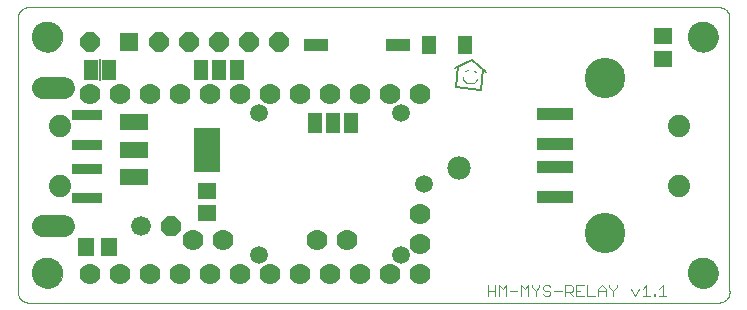
<source format=gts>
G75*
%MOIN*%
%OFA0B0*%
%FSLAX25Y25*%
%IPPOS*%
%LPD*%
%AMOC8*
5,1,8,0,0,1.08239X$1,22.5*
%
%ADD10C,0.00000*%
%ADD11C,0.00300*%
%ADD12C,0.10243*%
%ADD13OC8,0.06600*%
%ADD14C,0.06600*%
%ADD15R,0.06306X0.05518*%
%ADD16R,0.05518X0.06306*%
%ADD17R,0.08000X0.04200*%
%ADD18R,0.09200X0.05200*%
%ADD19R,0.09061X0.14573*%
%ADD20R,0.12211X0.03943*%
%ADD21C,0.13500*%
%ADD22R,0.05124X0.05912*%
%ADD23C,0.07800*%
%ADD24C,0.05943*%
%ADD25C,0.07000*%
%ADD26C,0.07450*%
%ADD27OC8,0.06400*%
%ADD28R,0.06400X0.06400*%
%ADD29R,0.10243X0.03550*%
%ADD30C,0.07400*%
%ADD31C,0.03550*%
%ADD32R,0.05000X0.06700*%
%ADD33R,0.00600X0.07200*%
%ADD34C,0.00591*%
%ADD35C,0.00394*%
D10*
X0058802Y0005150D02*
X0058802Y0096488D01*
X0058791Y0096607D01*
X0058783Y0096726D01*
X0058780Y0096845D01*
X0058781Y0096964D01*
X0058786Y0097083D01*
X0058794Y0097202D01*
X0058807Y0097320D01*
X0058824Y0097438D01*
X0058844Y0097556D01*
X0058869Y0097672D01*
X0058897Y0097788D01*
X0058929Y0097903D01*
X0058965Y0098016D01*
X0059005Y0098129D01*
X0059049Y0098240D01*
X0059096Y0098349D01*
X0059147Y0098457D01*
X0059201Y0098563D01*
X0059259Y0098667D01*
X0059320Y0098769D01*
X0059385Y0098869D01*
X0059453Y0098967D01*
X0059524Y0099062D01*
X0059599Y0099155D01*
X0059676Y0099246D01*
X0059757Y0099334D01*
X0059840Y0099419D01*
X0059926Y0099501D01*
X0060015Y0099580D01*
X0060107Y0099657D01*
X0060201Y0099730D01*
X0060297Y0099800D01*
X0060396Y0099867D01*
X0060496Y0099930D01*
X0060599Y0099990D01*
X0060704Y0100047D01*
X0060811Y0100100D01*
X0060919Y0100149D01*
X0061029Y0100195D01*
X0061141Y0100237D01*
X0061253Y0100276D01*
X0061367Y0100310D01*
X0061483Y0100341D01*
X0061599Y0100368D01*
X0061716Y0100391D01*
X0061833Y0100410D01*
X0061951Y0100425D01*
X0292069Y0100425D01*
X0292185Y0100436D01*
X0292302Y0100443D01*
X0292419Y0100447D01*
X0292535Y0100446D01*
X0292652Y0100442D01*
X0292768Y0100434D01*
X0292884Y0100422D01*
X0293000Y0100406D01*
X0293115Y0100387D01*
X0293229Y0100364D01*
X0293343Y0100337D01*
X0293455Y0100306D01*
X0293567Y0100272D01*
X0293677Y0100234D01*
X0293786Y0100192D01*
X0293894Y0100147D01*
X0294000Y0100099D01*
X0294104Y0100047D01*
X0294207Y0099991D01*
X0294308Y0099933D01*
X0294406Y0099871D01*
X0294503Y0099805D01*
X0294598Y0099737D01*
X0294690Y0099666D01*
X0294780Y0099591D01*
X0294867Y0099514D01*
X0294952Y0099434D01*
X0295034Y0099351D01*
X0295114Y0099266D01*
X0295190Y0099178D01*
X0295264Y0099087D01*
X0295335Y0098995D01*
X0295402Y0098899D01*
X0295467Y0098802D01*
X0295528Y0098703D01*
X0295586Y0098602D01*
X0295640Y0098499D01*
X0295692Y0098394D01*
X0295739Y0098287D01*
X0295784Y0098179D01*
X0295824Y0098070D01*
X0295861Y0097959D01*
X0295895Y0097848D01*
X0295924Y0097735D01*
X0295951Y0097621D01*
X0295973Y0097507D01*
X0295991Y0097391D01*
X0296006Y0097276D01*
X0296006Y0005937D01*
X0296017Y0005821D01*
X0296024Y0005704D01*
X0296028Y0005587D01*
X0296027Y0005471D01*
X0296023Y0005354D01*
X0296015Y0005238D01*
X0296003Y0005122D01*
X0295987Y0005006D01*
X0295968Y0004891D01*
X0295945Y0004777D01*
X0295918Y0004663D01*
X0295887Y0004551D01*
X0295853Y0004439D01*
X0295815Y0004329D01*
X0295773Y0004220D01*
X0295728Y0004112D01*
X0295680Y0004006D01*
X0295628Y0003902D01*
X0295572Y0003799D01*
X0295514Y0003698D01*
X0295452Y0003600D01*
X0295386Y0003503D01*
X0295318Y0003408D01*
X0295247Y0003316D01*
X0295172Y0003226D01*
X0295095Y0003139D01*
X0295015Y0003054D01*
X0294932Y0002972D01*
X0294847Y0002892D01*
X0294759Y0002816D01*
X0294668Y0002742D01*
X0294576Y0002671D01*
X0294480Y0002604D01*
X0294383Y0002539D01*
X0294284Y0002478D01*
X0294183Y0002420D01*
X0294080Y0002366D01*
X0293975Y0002314D01*
X0293868Y0002267D01*
X0293760Y0002222D01*
X0293651Y0002182D01*
X0293540Y0002145D01*
X0293429Y0002111D01*
X0293316Y0002082D01*
X0293202Y0002055D01*
X0293088Y0002033D01*
X0292972Y0002015D01*
X0292857Y0002000D01*
X0062739Y0002000D01*
X0062623Y0001989D01*
X0062506Y0001982D01*
X0062389Y0001978D01*
X0062273Y0001979D01*
X0062156Y0001983D01*
X0062040Y0001991D01*
X0061924Y0002003D01*
X0061808Y0002019D01*
X0061693Y0002038D01*
X0061579Y0002061D01*
X0061465Y0002088D01*
X0061353Y0002119D01*
X0061241Y0002153D01*
X0061131Y0002191D01*
X0061022Y0002233D01*
X0060914Y0002278D01*
X0060808Y0002326D01*
X0060704Y0002378D01*
X0060601Y0002434D01*
X0060500Y0002492D01*
X0060402Y0002554D01*
X0060305Y0002620D01*
X0060210Y0002688D01*
X0060118Y0002759D01*
X0060028Y0002834D01*
X0059941Y0002911D01*
X0059856Y0002991D01*
X0059774Y0003074D01*
X0059694Y0003159D01*
X0059618Y0003247D01*
X0059544Y0003338D01*
X0059473Y0003430D01*
X0059406Y0003526D01*
X0059341Y0003623D01*
X0059280Y0003722D01*
X0059222Y0003823D01*
X0059168Y0003926D01*
X0059116Y0004031D01*
X0059069Y0004138D01*
X0059024Y0004246D01*
X0058984Y0004355D01*
X0058947Y0004466D01*
X0058913Y0004577D01*
X0058884Y0004690D01*
X0058857Y0004804D01*
X0058835Y0004918D01*
X0058817Y0005034D01*
X0058802Y0005149D01*
X0063723Y0011843D02*
X0063725Y0011983D01*
X0063731Y0012123D01*
X0063741Y0012262D01*
X0063755Y0012401D01*
X0063773Y0012540D01*
X0063794Y0012678D01*
X0063820Y0012816D01*
X0063850Y0012953D01*
X0063883Y0013088D01*
X0063921Y0013223D01*
X0063962Y0013357D01*
X0064007Y0013490D01*
X0064055Y0013621D01*
X0064108Y0013750D01*
X0064164Y0013879D01*
X0064223Y0014005D01*
X0064287Y0014130D01*
X0064353Y0014253D01*
X0064424Y0014374D01*
X0064497Y0014493D01*
X0064574Y0014610D01*
X0064655Y0014724D01*
X0064738Y0014836D01*
X0064825Y0014946D01*
X0064915Y0015054D01*
X0065007Y0015158D01*
X0065103Y0015260D01*
X0065202Y0015360D01*
X0065303Y0015456D01*
X0065407Y0015550D01*
X0065514Y0015640D01*
X0065623Y0015727D01*
X0065735Y0015812D01*
X0065849Y0015893D01*
X0065965Y0015971D01*
X0066083Y0016045D01*
X0066204Y0016116D01*
X0066326Y0016184D01*
X0066451Y0016248D01*
X0066577Y0016309D01*
X0066704Y0016366D01*
X0066834Y0016419D01*
X0066965Y0016469D01*
X0067097Y0016514D01*
X0067230Y0016557D01*
X0067365Y0016595D01*
X0067500Y0016629D01*
X0067637Y0016660D01*
X0067774Y0016687D01*
X0067912Y0016709D01*
X0068051Y0016728D01*
X0068190Y0016743D01*
X0068329Y0016754D01*
X0068469Y0016761D01*
X0068609Y0016764D01*
X0068749Y0016763D01*
X0068889Y0016758D01*
X0069028Y0016749D01*
X0069168Y0016736D01*
X0069307Y0016719D01*
X0069445Y0016698D01*
X0069583Y0016674D01*
X0069720Y0016645D01*
X0069856Y0016613D01*
X0069991Y0016576D01*
X0070125Y0016536D01*
X0070258Y0016492D01*
X0070389Y0016444D01*
X0070519Y0016393D01*
X0070648Y0016338D01*
X0070775Y0016279D01*
X0070900Y0016216D01*
X0071023Y0016151D01*
X0071145Y0016081D01*
X0071264Y0016008D01*
X0071382Y0015932D01*
X0071497Y0015853D01*
X0071610Y0015770D01*
X0071720Y0015684D01*
X0071828Y0015595D01*
X0071933Y0015503D01*
X0072036Y0015408D01*
X0072136Y0015310D01*
X0072233Y0015210D01*
X0072327Y0015106D01*
X0072419Y0015000D01*
X0072507Y0014892D01*
X0072592Y0014781D01*
X0072674Y0014667D01*
X0072753Y0014551D01*
X0072828Y0014434D01*
X0072900Y0014314D01*
X0072968Y0014192D01*
X0073033Y0014068D01*
X0073095Y0013942D01*
X0073153Y0013815D01*
X0073207Y0013686D01*
X0073258Y0013555D01*
X0073304Y0013423D01*
X0073347Y0013290D01*
X0073387Y0013156D01*
X0073422Y0013021D01*
X0073454Y0012884D01*
X0073481Y0012747D01*
X0073505Y0012609D01*
X0073525Y0012471D01*
X0073541Y0012332D01*
X0073553Y0012192D01*
X0073561Y0012053D01*
X0073565Y0011913D01*
X0073565Y0011773D01*
X0073561Y0011633D01*
X0073553Y0011494D01*
X0073541Y0011354D01*
X0073525Y0011215D01*
X0073505Y0011077D01*
X0073481Y0010939D01*
X0073454Y0010802D01*
X0073422Y0010665D01*
X0073387Y0010530D01*
X0073347Y0010396D01*
X0073304Y0010263D01*
X0073258Y0010131D01*
X0073207Y0010000D01*
X0073153Y0009871D01*
X0073095Y0009744D01*
X0073033Y0009618D01*
X0072968Y0009494D01*
X0072900Y0009372D01*
X0072828Y0009252D01*
X0072753Y0009135D01*
X0072674Y0009019D01*
X0072592Y0008905D01*
X0072507Y0008794D01*
X0072419Y0008686D01*
X0072327Y0008580D01*
X0072233Y0008476D01*
X0072136Y0008376D01*
X0072036Y0008278D01*
X0071933Y0008183D01*
X0071828Y0008091D01*
X0071720Y0008002D01*
X0071610Y0007916D01*
X0071497Y0007833D01*
X0071382Y0007754D01*
X0071264Y0007678D01*
X0071145Y0007605D01*
X0071023Y0007535D01*
X0070900Y0007470D01*
X0070775Y0007407D01*
X0070648Y0007348D01*
X0070519Y0007293D01*
X0070389Y0007242D01*
X0070258Y0007194D01*
X0070125Y0007150D01*
X0069991Y0007110D01*
X0069856Y0007073D01*
X0069720Y0007041D01*
X0069583Y0007012D01*
X0069445Y0006988D01*
X0069307Y0006967D01*
X0069168Y0006950D01*
X0069028Y0006937D01*
X0068889Y0006928D01*
X0068749Y0006923D01*
X0068609Y0006922D01*
X0068469Y0006925D01*
X0068329Y0006932D01*
X0068190Y0006943D01*
X0068051Y0006958D01*
X0067912Y0006977D01*
X0067774Y0006999D01*
X0067637Y0007026D01*
X0067500Y0007057D01*
X0067365Y0007091D01*
X0067230Y0007129D01*
X0067097Y0007172D01*
X0066965Y0007217D01*
X0066834Y0007267D01*
X0066704Y0007320D01*
X0066577Y0007377D01*
X0066451Y0007438D01*
X0066326Y0007502D01*
X0066204Y0007570D01*
X0066083Y0007641D01*
X0065965Y0007715D01*
X0065849Y0007793D01*
X0065735Y0007874D01*
X0065623Y0007959D01*
X0065514Y0008046D01*
X0065407Y0008136D01*
X0065303Y0008230D01*
X0065202Y0008326D01*
X0065103Y0008426D01*
X0065007Y0008528D01*
X0064915Y0008632D01*
X0064825Y0008740D01*
X0064738Y0008850D01*
X0064655Y0008962D01*
X0064574Y0009076D01*
X0064497Y0009193D01*
X0064424Y0009312D01*
X0064353Y0009433D01*
X0064287Y0009556D01*
X0064223Y0009681D01*
X0064164Y0009807D01*
X0064108Y0009936D01*
X0064055Y0010065D01*
X0064007Y0010196D01*
X0063962Y0010329D01*
X0063921Y0010463D01*
X0063883Y0010598D01*
X0063850Y0010733D01*
X0063820Y0010870D01*
X0063794Y0011008D01*
X0063773Y0011146D01*
X0063755Y0011285D01*
X0063741Y0011424D01*
X0063731Y0011563D01*
X0063725Y0011703D01*
X0063723Y0011843D01*
X0066085Y0027469D02*
X0066087Y0027548D01*
X0066093Y0027627D01*
X0066103Y0027706D01*
X0066117Y0027784D01*
X0066134Y0027861D01*
X0066156Y0027937D01*
X0066181Y0028012D01*
X0066211Y0028085D01*
X0066243Y0028157D01*
X0066280Y0028228D01*
X0066320Y0028296D01*
X0066363Y0028362D01*
X0066409Y0028426D01*
X0066459Y0028488D01*
X0066512Y0028547D01*
X0066567Y0028603D01*
X0066626Y0028657D01*
X0066687Y0028707D01*
X0066750Y0028755D01*
X0066816Y0028799D01*
X0066884Y0028840D01*
X0066954Y0028877D01*
X0067025Y0028911D01*
X0067099Y0028941D01*
X0067173Y0028967D01*
X0067249Y0028989D01*
X0067326Y0029008D01*
X0067404Y0029023D01*
X0067482Y0029034D01*
X0067561Y0029041D01*
X0067640Y0029044D01*
X0067719Y0029043D01*
X0067798Y0029038D01*
X0067877Y0029029D01*
X0067955Y0029016D01*
X0068032Y0028999D01*
X0068109Y0028979D01*
X0068184Y0028954D01*
X0068258Y0028926D01*
X0068331Y0028894D01*
X0068401Y0028859D01*
X0068470Y0028820D01*
X0068537Y0028777D01*
X0068602Y0028731D01*
X0068664Y0028683D01*
X0068724Y0028631D01*
X0068781Y0028576D01*
X0068835Y0028518D01*
X0068886Y0028458D01*
X0068934Y0028395D01*
X0068979Y0028330D01*
X0069021Y0028262D01*
X0069059Y0028193D01*
X0069093Y0028122D01*
X0069124Y0028049D01*
X0069152Y0027974D01*
X0069175Y0027899D01*
X0069195Y0027822D01*
X0069211Y0027745D01*
X0069223Y0027666D01*
X0069231Y0027588D01*
X0069235Y0027509D01*
X0069235Y0027429D01*
X0069231Y0027350D01*
X0069223Y0027272D01*
X0069211Y0027193D01*
X0069195Y0027116D01*
X0069175Y0027039D01*
X0069152Y0026964D01*
X0069124Y0026889D01*
X0069093Y0026816D01*
X0069059Y0026745D01*
X0069021Y0026676D01*
X0068979Y0026608D01*
X0068934Y0026543D01*
X0068886Y0026480D01*
X0068835Y0026420D01*
X0068781Y0026362D01*
X0068724Y0026307D01*
X0068664Y0026255D01*
X0068602Y0026207D01*
X0068537Y0026161D01*
X0068470Y0026118D01*
X0068401Y0026079D01*
X0068331Y0026044D01*
X0068258Y0026012D01*
X0068184Y0025984D01*
X0068109Y0025959D01*
X0068032Y0025939D01*
X0067955Y0025922D01*
X0067877Y0025909D01*
X0067798Y0025900D01*
X0067719Y0025895D01*
X0067640Y0025894D01*
X0067561Y0025897D01*
X0067482Y0025904D01*
X0067404Y0025915D01*
X0067326Y0025930D01*
X0067249Y0025949D01*
X0067173Y0025971D01*
X0067099Y0025997D01*
X0067025Y0026027D01*
X0066954Y0026061D01*
X0066884Y0026098D01*
X0066816Y0026139D01*
X0066750Y0026183D01*
X0066687Y0026231D01*
X0066626Y0026281D01*
X0066567Y0026335D01*
X0066512Y0026391D01*
X0066459Y0026450D01*
X0066409Y0026512D01*
X0066363Y0026576D01*
X0066320Y0026642D01*
X0066280Y0026710D01*
X0066243Y0026781D01*
X0066211Y0026853D01*
X0066181Y0026926D01*
X0066156Y0027001D01*
X0066134Y0027077D01*
X0066117Y0027154D01*
X0066103Y0027232D01*
X0066093Y0027311D01*
X0066087Y0027390D01*
X0066085Y0027469D01*
X0067660Y0027469D02*
X0067662Y0027548D01*
X0067668Y0027627D01*
X0067678Y0027706D01*
X0067692Y0027784D01*
X0067709Y0027861D01*
X0067731Y0027937D01*
X0067756Y0028012D01*
X0067786Y0028085D01*
X0067818Y0028157D01*
X0067855Y0028228D01*
X0067895Y0028296D01*
X0067938Y0028362D01*
X0067984Y0028426D01*
X0068034Y0028488D01*
X0068087Y0028547D01*
X0068142Y0028603D01*
X0068201Y0028657D01*
X0068262Y0028707D01*
X0068325Y0028755D01*
X0068391Y0028799D01*
X0068459Y0028840D01*
X0068529Y0028877D01*
X0068600Y0028911D01*
X0068674Y0028941D01*
X0068748Y0028967D01*
X0068824Y0028989D01*
X0068901Y0029008D01*
X0068979Y0029023D01*
X0069057Y0029034D01*
X0069136Y0029041D01*
X0069215Y0029044D01*
X0069294Y0029043D01*
X0069373Y0029038D01*
X0069452Y0029029D01*
X0069530Y0029016D01*
X0069607Y0028999D01*
X0069684Y0028979D01*
X0069759Y0028954D01*
X0069833Y0028926D01*
X0069906Y0028894D01*
X0069976Y0028859D01*
X0070045Y0028820D01*
X0070112Y0028777D01*
X0070177Y0028731D01*
X0070239Y0028683D01*
X0070299Y0028631D01*
X0070356Y0028576D01*
X0070410Y0028518D01*
X0070461Y0028458D01*
X0070509Y0028395D01*
X0070554Y0028330D01*
X0070596Y0028262D01*
X0070634Y0028193D01*
X0070668Y0028122D01*
X0070699Y0028049D01*
X0070727Y0027974D01*
X0070750Y0027899D01*
X0070770Y0027822D01*
X0070786Y0027745D01*
X0070798Y0027666D01*
X0070806Y0027588D01*
X0070810Y0027509D01*
X0070810Y0027429D01*
X0070806Y0027350D01*
X0070798Y0027272D01*
X0070786Y0027193D01*
X0070770Y0027116D01*
X0070750Y0027039D01*
X0070727Y0026964D01*
X0070699Y0026889D01*
X0070668Y0026816D01*
X0070634Y0026745D01*
X0070596Y0026676D01*
X0070554Y0026608D01*
X0070509Y0026543D01*
X0070461Y0026480D01*
X0070410Y0026420D01*
X0070356Y0026362D01*
X0070299Y0026307D01*
X0070239Y0026255D01*
X0070177Y0026207D01*
X0070112Y0026161D01*
X0070045Y0026118D01*
X0069976Y0026079D01*
X0069906Y0026044D01*
X0069833Y0026012D01*
X0069759Y0025984D01*
X0069684Y0025959D01*
X0069607Y0025939D01*
X0069530Y0025922D01*
X0069452Y0025909D01*
X0069373Y0025900D01*
X0069294Y0025895D01*
X0069215Y0025894D01*
X0069136Y0025897D01*
X0069057Y0025904D01*
X0068979Y0025915D01*
X0068901Y0025930D01*
X0068824Y0025949D01*
X0068748Y0025971D01*
X0068674Y0025997D01*
X0068600Y0026027D01*
X0068529Y0026061D01*
X0068459Y0026098D01*
X0068391Y0026139D01*
X0068325Y0026183D01*
X0068262Y0026231D01*
X0068201Y0026281D01*
X0068142Y0026335D01*
X0068087Y0026391D01*
X0068034Y0026450D01*
X0067984Y0026512D01*
X0067938Y0026576D01*
X0067895Y0026642D01*
X0067855Y0026710D01*
X0067818Y0026781D01*
X0067786Y0026853D01*
X0067756Y0026926D01*
X0067731Y0027001D01*
X0067709Y0027077D01*
X0067692Y0027154D01*
X0067678Y0027232D01*
X0067668Y0027311D01*
X0067662Y0027390D01*
X0067660Y0027469D01*
X0070809Y0027469D02*
X0070811Y0027548D01*
X0070817Y0027627D01*
X0070827Y0027706D01*
X0070841Y0027784D01*
X0070858Y0027861D01*
X0070880Y0027937D01*
X0070905Y0028012D01*
X0070935Y0028085D01*
X0070967Y0028157D01*
X0071004Y0028228D01*
X0071044Y0028296D01*
X0071087Y0028362D01*
X0071133Y0028426D01*
X0071183Y0028488D01*
X0071236Y0028547D01*
X0071291Y0028603D01*
X0071350Y0028657D01*
X0071411Y0028707D01*
X0071474Y0028755D01*
X0071540Y0028799D01*
X0071608Y0028840D01*
X0071678Y0028877D01*
X0071749Y0028911D01*
X0071823Y0028941D01*
X0071897Y0028967D01*
X0071973Y0028989D01*
X0072050Y0029008D01*
X0072128Y0029023D01*
X0072206Y0029034D01*
X0072285Y0029041D01*
X0072364Y0029044D01*
X0072443Y0029043D01*
X0072522Y0029038D01*
X0072601Y0029029D01*
X0072679Y0029016D01*
X0072756Y0028999D01*
X0072833Y0028979D01*
X0072908Y0028954D01*
X0072982Y0028926D01*
X0073055Y0028894D01*
X0073125Y0028859D01*
X0073194Y0028820D01*
X0073261Y0028777D01*
X0073326Y0028731D01*
X0073388Y0028683D01*
X0073448Y0028631D01*
X0073505Y0028576D01*
X0073559Y0028518D01*
X0073610Y0028458D01*
X0073658Y0028395D01*
X0073703Y0028330D01*
X0073745Y0028262D01*
X0073783Y0028193D01*
X0073817Y0028122D01*
X0073848Y0028049D01*
X0073876Y0027974D01*
X0073899Y0027899D01*
X0073919Y0027822D01*
X0073935Y0027745D01*
X0073947Y0027666D01*
X0073955Y0027588D01*
X0073959Y0027509D01*
X0073959Y0027429D01*
X0073955Y0027350D01*
X0073947Y0027272D01*
X0073935Y0027193D01*
X0073919Y0027116D01*
X0073899Y0027039D01*
X0073876Y0026964D01*
X0073848Y0026889D01*
X0073817Y0026816D01*
X0073783Y0026745D01*
X0073745Y0026676D01*
X0073703Y0026608D01*
X0073658Y0026543D01*
X0073610Y0026480D01*
X0073559Y0026420D01*
X0073505Y0026362D01*
X0073448Y0026307D01*
X0073388Y0026255D01*
X0073326Y0026207D01*
X0073261Y0026161D01*
X0073194Y0026118D01*
X0073125Y0026079D01*
X0073055Y0026044D01*
X0072982Y0026012D01*
X0072908Y0025984D01*
X0072833Y0025959D01*
X0072756Y0025939D01*
X0072679Y0025922D01*
X0072601Y0025909D01*
X0072522Y0025900D01*
X0072443Y0025895D01*
X0072364Y0025894D01*
X0072285Y0025897D01*
X0072206Y0025904D01*
X0072128Y0025915D01*
X0072050Y0025930D01*
X0071973Y0025949D01*
X0071897Y0025971D01*
X0071823Y0025997D01*
X0071749Y0026027D01*
X0071678Y0026061D01*
X0071608Y0026098D01*
X0071540Y0026139D01*
X0071474Y0026183D01*
X0071411Y0026231D01*
X0071350Y0026281D01*
X0071291Y0026335D01*
X0071236Y0026391D01*
X0071183Y0026450D01*
X0071133Y0026512D01*
X0071087Y0026576D01*
X0071044Y0026642D01*
X0071004Y0026710D01*
X0070967Y0026781D01*
X0070935Y0026853D01*
X0070905Y0026926D01*
X0070880Y0027001D01*
X0070858Y0027077D01*
X0070841Y0027154D01*
X0070827Y0027232D01*
X0070817Y0027311D01*
X0070811Y0027390D01*
X0070809Y0027469D01*
X0072384Y0027469D02*
X0072386Y0027548D01*
X0072392Y0027627D01*
X0072402Y0027706D01*
X0072416Y0027784D01*
X0072433Y0027861D01*
X0072455Y0027937D01*
X0072480Y0028012D01*
X0072510Y0028085D01*
X0072542Y0028157D01*
X0072579Y0028228D01*
X0072619Y0028296D01*
X0072662Y0028362D01*
X0072708Y0028426D01*
X0072758Y0028488D01*
X0072811Y0028547D01*
X0072866Y0028603D01*
X0072925Y0028657D01*
X0072986Y0028707D01*
X0073049Y0028755D01*
X0073115Y0028799D01*
X0073183Y0028840D01*
X0073253Y0028877D01*
X0073324Y0028911D01*
X0073398Y0028941D01*
X0073472Y0028967D01*
X0073548Y0028989D01*
X0073625Y0029008D01*
X0073703Y0029023D01*
X0073781Y0029034D01*
X0073860Y0029041D01*
X0073939Y0029044D01*
X0074018Y0029043D01*
X0074097Y0029038D01*
X0074176Y0029029D01*
X0074254Y0029016D01*
X0074331Y0028999D01*
X0074408Y0028979D01*
X0074483Y0028954D01*
X0074557Y0028926D01*
X0074630Y0028894D01*
X0074700Y0028859D01*
X0074769Y0028820D01*
X0074836Y0028777D01*
X0074901Y0028731D01*
X0074963Y0028683D01*
X0075023Y0028631D01*
X0075080Y0028576D01*
X0075134Y0028518D01*
X0075185Y0028458D01*
X0075233Y0028395D01*
X0075278Y0028330D01*
X0075320Y0028262D01*
X0075358Y0028193D01*
X0075392Y0028122D01*
X0075423Y0028049D01*
X0075451Y0027974D01*
X0075474Y0027899D01*
X0075494Y0027822D01*
X0075510Y0027745D01*
X0075522Y0027666D01*
X0075530Y0027588D01*
X0075534Y0027509D01*
X0075534Y0027429D01*
X0075530Y0027350D01*
X0075522Y0027272D01*
X0075510Y0027193D01*
X0075494Y0027116D01*
X0075474Y0027039D01*
X0075451Y0026964D01*
X0075423Y0026889D01*
X0075392Y0026816D01*
X0075358Y0026745D01*
X0075320Y0026676D01*
X0075278Y0026608D01*
X0075233Y0026543D01*
X0075185Y0026480D01*
X0075134Y0026420D01*
X0075080Y0026362D01*
X0075023Y0026307D01*
X0074963Y0026255D01*
X0074901Y0026207D01*
X0074836Y0026161D01*
X0074769Y0026118D01*
X0074700Y0026079D01*
X0074630Y0026044D01*
X0074557Y0026012D01*
X0074483Y0025984D01*
X0074408Y0025959D01*
X0074331Y0025939D01*
X0074254Y0025922D01*
X0074176Y0025909D01*
X0074097Y0025900D01*
X0074018Y0025895D01*
X0073939Y0025894D01*
X0073860Y0025897D01*
X0073781Y0025904D01*
X0073703Y0025915D01*
X0073625Y0025930D01*
X0073548Y0025949D01*
X0073472Y0025971D01*
X0073398Y0025997D01*
X0073324Y0026027D01*
X0073253Y0026061D01*
X0073183Y0026098D01*
X0073115Y0026139D01*
X0073049Y0026183D01*
X0072986Y0026231D01*
X0072925Y0026281D01*
X0072866Y0026335D01*
X0072811Y0026391D01*
X0072758Y0026450D01*
X0072708Y0026512D01*
X0072662Y0026576D01*
X0072619Y0026642D01*
X0072579Y0026710D01*
X0072542Y0026781D01*
X0072510Y0026853D01*
X0072480Y0026926D01*
X0072455Y0027001D01*
X0072433Y0027077D01*
X0072416Y0027154D01*
X0072402Y0027232D01*
X0072392Y0027311D01*
X0072386Y0027390D01*
X0072384Y0027469D01*
X0070809Y0073531D02*
X0070811Y0073610D01*
X0070817Y0073689D01*
X0070827Y0073768D01*
X0070841Y0073846D01*
X0070858Y0073923D01*
X0070880Y0073999D01*
X0070905Y0074074D01*
X0070935Y0074147D01*
X0070967Y0074219D01*
X0071004Y0074290D01*
X0071044Y0074358D01*
X0071087Y0074424D01*
X0071133Y0074488D01*
X0071183Y0074550D01*
X0071236Y0074609D01*
X0071291Y0074665D01*
X0071350Y0074719D01*
X0071411Y0074769D01*
X0071474Y0074817D01*
X0071540Y0074861D01*
X0071608Y0074902D01*
X0071678Y0074939D01*
X0071749Y0074973D01*
X0071823Y0075003D01*
X0071897Y0075029D01*
X0071973Y0075051D01*
X0072050Y0075070D01*
X0072128Y0075085D01*
X0072206Y0075096D01*
X0072285Y0075103D01*
X0072364Y0075106D01*
X0072443Y0075105D01*
X0072522Y0075100D01*
X0072601Y0075091D01*
X0072679Y0075078D01*
X0072756Y0075061D01*
X0072833Y0075041D01*
X0072908Y0075016D01*
X0072982Y0074988D01*
X0073055Y0074956D01*
X0073125Y0074921D01*
X0073194Y0074882D01*
X0073261Y0074839D01*
X0073326Y0074793D01*
X0073388Y0074745D01*
X0073448Y0074693D01*
X0073505Y0074638D01*
X0073559Y0074580D01*
X0073610Y0074520D01*
X0073658Y0074457D01*
X0073703Y0074392D01*
X0073745Y0074324D01*
X0073783Y0074255D01*
X0073817Y0074184D01*
X0073848Y0074111D01*
X0073876Y0074036D01*
X0073899Y0073961D01*
X0073919Y0073884D01*
X0073935Y0073807D01*
X0073947Y0073728D01*
X0073955Y0073650D01*
X0073959Y0073571D01*
X0073959Y0073491D01*
X0073955Y0073412D01*
X0073947Y0073334D01*
X0073935Y0073255D01*
X0073919Y0073178D01*
X0073899Y0073101D01*
X0073876Y0073026D01*
X0073848Y0072951D01*
X0073817Y0072878D01*
X0073783Y0072807D01*
X0073745Y0072738D01*
X0073703Y0072670D01*
X0073658Y0072605D01*
X0073610Y0072542D01*
X0073559Y0072482D01*
X0073505Y0072424D01*
X0073448Y0072369D01*
X0073388Y0072317D01*
X0073326Y0072269D01*
X0073261Y0072223D01*
X0073194Y0072180D01*
X0073125Y0072141D01*
X0073055Y0072106D01*
X0072982Y0072074D01*
X0072908Y0072046D01*
X0072833Y0072021D01*
X0072756Y0072001D01*
X0072679Y0071984D01*
X0072601Y0071971D01*
X0072522Y0071962D01*
X0072443Y0071957D01*
X0072364Y0071956D01*
X0072285Y0071959D01*
X0072206Y0071966D01*
X0072128Y0071977D01*
X0072050Y0071992D01*
X0071973Y0072011D01*
X0071897Y0072033D01*
X0071823Y0072059D01*
X0071749Y0072089D01*
X0071678Y0072123D01*
X0071608Y0072160D01*
X0071540Y0072201D01*
X0071474Y0072245D01*
X0071411Y0072293D01*
X0071350Y0072343D01*
X0071291Y0072397D01*
X0071236Y0072453D01*
X0071183Y0072512D01*
X0071133Y0072574D01*
X0071087Y0072638D01*
X0071044Y0072704D01*
X0071004Y0072772D01*
X0070967Y0072843D01*
X0070935Y0072915D01*
X0070905Y0072988D01*
X0070880Y0073063D01*
X0070858Y0073139D01*
X0070841Y0073216D01*
X0070827Y0073294D01*
X0070817Y0073373D01*
X0070811Y0073452D01*
X0070809Y0073531D01*
X0067660Y0073531D02*
X0067662Y0073610D01*
X0067668Y0073689D01*
X0067678Y0073768D01*
X0067692Y0073846D01*
X0067709Y0073923D01*
X0067731Y0073999D01*
X0067756Y0074074D01*
X0067786Y0074147D01*
X0067818Y0074219D01*
X0067855Y0074290D01*
X0067895Y0074358D01*
X0067938Y0074424D01*
X0067984Y0074488D01*
X0068034Y0074550D01*
X0068087Y0074609D01*
X0068142Y0074665D01*
X0068201Y0074719D01*
X0068262Y0074769D01*
X0068325Y0074817D01*
X0068391Y0074861D01*
X0068459Y0074902D01*
X0068529Y0074939D01*
X0068600Y0074973D01*
X0068674Y0075003D01*
X0068748Y0075029D01*
X0068824Y0075051D01*
X0068901Y0075070D01*
X0068979Y0075085D01*
X0069057Y0075096D01*
X0069136Y0075103D01*
X0069215Y0075106D01*
X0069294Y0075105D01*
X0069373Y0075100D01*
X0069452Y0075091D01*
X0069530Y0075078D01*
X0069607Y0075061D01*
X0069684Y0075041D01*
X0069759Y0075016D01*
X0069833Y0074988D01*
X0069906Y0074956D01*
X0069976Y0074921D01*
X0070045Y0074882D01*
X0070112Y0074839D01*
X0070177Y0074793D01*
X0070239Y0074745D01*
X0070299Y0074693D01*
X0070356Y0074638D01*
X0070410Y0074580D01*
X0070461Y0074520D01*
X0070509Y0074457D01*
X0070554Y0074392D01*
X0070596Y0074324D01*
X0070634Y0074255D01*
X0070668Y0074184D01*
X0070699Y0074111D01*
X0070727Y0074036D01*
X0070750Y0073961D01*
X0070770Y0073884D01*
X0070786Y0073807D01*
X0070798Y0073728D01*
X0070806Y0073650D01*
X0070810Y0073571D01*
X0070810Y0073491D01*
X0070806Y0073412D01*
X0070798Y0073334D01*
X0070786Y0073255D01*
X0070770Y0073178D01*
X0070750Y0073101D01*
X0070727Y0073026D01*
X0070699Y0072951D01*
X0070668Y0072878D01*
X0070634Y0072807D01*
X0070596Y0072738D01*
X0070554Y0072670D01*
X0070509Y0072605D01*
X0070461Y0072542D01*
X0070410Y0072482D01*
X0070356Y0072424D01*
X0070299Y0072369D01*
X0070239Y0072317D01*
X0070177Y0072269D01*
X0070112Y0072223D01*
X0070045Y0072180D01*
X0069976Y0072141D01*
X0069906Y0072106D01*
X0069833Y0072074D01*
X0069759Y0072046D01*
X0069684Y0072021D01*
X0069607Y0072001D01*
X0069530Y0071984D01*
X0069452Y0071971D01*
X0069373Y0071962D01*
X0069294Y0071957D01*
X0069215Y0071956D01*
X0069136Y0071959D01*
X0069057Y0071966D01*
X0068979Y0071977D01*
X0068901Y0071992D01*
X0068824Y0072011D01*
X0068748Y0072033D01*
X0068674Y0072059D01*
X0068600Y0072089D01*
X0068529Y0072123D01*
X0068459Y0072160D01*
X0068391Y0072201D01*
X0068325Y0072245D01*
X0068262Y0072293D01*
X0068201Y0072343D01*
X0068142Y0072397D01*
X0068087Y0072453D01*
X0068034Y0072512D01*
X0067984Y0072574D01*
X0067938Y0072638D01*
X0067895Y0072704D01*
X0067855Y0072772D01*
X0067818Y0072843D01*
X0067786Y0072915D01*
X0067756Y0072988D01*
X0067731Y0073063D01*
X0067709Y0073139D01*
X0067692Y0073216D01*
X0067678Y0073294D01*
X0067668Y0073373D01*
X0067662Y0073452D01*
X0067660Y0073531D01*
X0066085Y0073531D02*
X0066087Y0073610D01*
X0066093Y0073689D01*
X0066103Y0073768D01*
X0066117Y0073846D01*
X0066134Y0073923D01*
X0066156Y0073999D01*
X0066181Y0074074D01*
X0066211Y0074147D01*
X0066243Y0074219D01*
X0066280Y0074290D01*
X0066320Y0074358D01*
X0066363Y0074424D01*
X0066409Y0074488D01*
X0066459Y0074550D01*
X0066512Y0074609D01*
X0066567Y0074665D01*
X0066626Y0074719D01*
X0066687Y0074769D01*
X0066750Y0074817D01*
X0066816Y0074861D01*
X0066884Y0074902D01*
X0066954Y0074939D01*
X0067025Y0074973D01*
X0067099Y0075003D01*
X0067173Y0075029D01*
X0067249Y0075051D01*
X0067326Y0075070D01*
X0067404Y0075085D01*
X0067482Y0075096D01*
X0067561Y0075103D01*
X0067640Y0075106D01*
X0067719Y0075105D01*
X0067798Y0075100D01*
X0067877Y0075091D01*
X0067955Y0075078D01*
X0068032Y0075061D01*
X0068109Y0075041D01*
X0068184Y0075016D01*
X0068258Y0074988D01*
X0068331Y0074956D01*
X0068401Y0074921D01*
X0068470Y0074882D01*
X0068537Y0074839D01*
X0068602Y0074793D01*
X0068664Y0074745D01*
X0068724Y0074693D01*
X0068781Y0074638D01*
X0068835Y0074580D01*
X0068886Y0074520D01*
X0068934Y0074457D01*
X0068979Y0074392D01*
X0069021Y0074324D01*
X0069059Y0074255D01*
X0069093Y0074184D01*
X0069124Y0074111D01*
X0069152Y0074036D01*
X0069175Y0073961D01*
X0069195Y0073884D01*
X0069211Y0073807D01*
X0069223Y0073728D01*
X0069231Y0073650D01*
X0069235Y0073571D01*
X0069235Y0073491D01*
X0069231Y0073412D01*
X0069223Y0073334D01*
X0069211Y0073255D01*
X0069195Y0073178D01*
X0069175Y0073101D01*
X0069152Y0073026D01*
X0069124Y0072951D01*
X0069093Y0072878D01*
X0069059Y0072807D01*
X0069021Y0072738D01*
X0068979Y0072670D01*
X0068934Y0072605D01*
X0068886Y0072542D01*
X0068835Y0072482D01*
X0068781Y0072424D01*
X0068724Y0072369D01*
X0068664Y0072317D01*
X0068602Y0072269D01*
X0068537Y0072223D01*
X0068470Y0072180D01*
X0068401Y0072141D01*
X0068331Y0072106D01*
X0068258Y0072074D01*
X0068184Y0072046D01*
X0068109Y0072021D01*
X0068032Y0072001D01*
X0067955Y0071984D01*
X0067877Y0071971D01*
X0067798Y0071962D01*
X0067719Y0071957D01*
X0067640Y0071956D01*
X0067561Y0071959D01*
X0067482Y0071966D01*
X0067404Y0071977D01*
X0067326Y0071992D01*
X0067249Y0072011D01*
X0067173Y0072033D01*
X0067099Y0072059D01*
X0067025Y0072089D01*
X0066954Y0072123D01*
X0066884Y0072160D01*
X0066816Y0072201D01*
X0066750Y0072245D01*
X0066687Y0072293D01*
X0066626Y0072343D01*
X0066567Y0072397D01*
X0066512Y0072453D01*
X0066459Y0072512D01*
X0066409Y0072574D01*
X0066363Y0072638D01*
X0066320Y0072704D01*
X0066280Y0072772D01*
X0066243Y0072843D01*
X0066211Y0072915D01*
X0066181Y0072988D01*
X0066156Y0073063D01*
X0066134Y0073139D01*
X0066117Y0073216D01*
X0066103Y0073294D01*
X0066093Y0073373D01*
X0066087Y0073452D01*
X0066085Y0073531D01*
X0072384Y0073531D02*
X0072386Y0073610D01*
X0072392Y0073689D01*
X0072402Y0073768D01*
X0072416Y0073846D01*
X0072433Y0073923D01*
X0072455Y0073999D01*
X0072480Y0074074D01*
X0072510Y0074147D01*
X0072542Y0074219D01*
X0072579Y0074290D01*
X0072619Y0074358D01*
X0072662Y0074424D01*
X0072708Y0074488D01*
X0072758Y0074550D01*
X0072811Y0074609D01*
X0072866Y0074665D01*
X0072925Y0074719D01*
X0072986Y0074769D01*
X0073049Y0074817D01*
X0073115Y0074861D01*
X0073183Y0074902D01*
X0073253Y0074939D01*
X0073324Y0074973D01*
X0073398Y0075003D01*
X0073472Y0075029D01*
X0073548Y0075051D01*
X0073625Y0075070D01*
X0073703Y0075085D01*
X0073781Y0075096D01*
X0073860Y0075103D01*
X0073939Y0075106D01*
X0074018Y0075105D01*
X0074097Y0075100D01*
X0074176Y0075091D01*
X0074254Y0075078D01*
X0074331Y0075061D01*
X0074408Y0075041D01*
X0074483Y0075016D01*
X0074557Y0074988D01*
X0074630Y0074956D01*
X0074700Y0074921D01*
X0074769Y0074882D01*
X0074836Y0074839D01*
X0074901Y0074793D01*
X0074963Y0074745D01*
X0075023Y0074693D01*
X0075080Y0074638D01*
X0075134Y0074580D01*
X0075185Y0074520D01*
X0075233Y0074457D01*
X0075278Y0074392D01*
X0075320Y0074324D01*
X0075358Y0074255D01*
X0075392Y0074184D01*
X0075423Y0074111D01*
X0075451Y0074036D01*
X0075474Y0073961D01*
X0075494Y0073884D01*
X0075510Y0073807D01*
X0075522Y0073728D01*
X0075530Y0073650D01*
X0075534Y0073571D01*
X0075534Y0073491D01*
X0075530Y0073412D01*
X0075522Y0073334D01*
X0075510Y0073255D01*
X0075494Y0073178D01*
X0075474Y0073101D01*
X0075451Y0073026D01*
X0075423Y0072951D01*
X0075392Y0072878D01*
X0075358Y0072807D01*
X0075320Y0072738D01*
X0075278Y0072670D01*
X0075233Y0072605D01*
X0075185Y0072542D01*
X0075134Y0072482D01*
X0075080Y0072424D01*
X0075023Y0072369D01*
X0074963Y0072317D01*
X0074901Y0072269D01*
X0074836Y0072223D01*
X0074769Y0072180D01*
X0074700Y0072141D01*
X0074630Y0072106D01*
X0074557Y0072074D01*
X0074483Y0072046D01*
X0074408Y0072021D01*
X0074331Y0072001D01*
X0074254Y0071984D01*
X0074176Y0071971D01*
X0074097Y0071962D01*
X0074018Y0071957D01*
X0073939Y0071956D01*
X0073860Y0071959D01*
X0073781Y0071966D01*
X0073703Y0071977D01*
X0073625Y0071992D01*
X0073548Y0072011D01*
X0073472Y0072033D01*
X0073398Y0072059D01*
X0073324Y0072089D01*
X0073253Y0072123D01*
X0073183Y0072160D01*
X0073115Y0072201D01*
X0073049Y0072245D01*
X0072986Y0072293D01*
X0072925Y0072343D01*
X0072866Y0072397D01*
X0072811Y0072453D01*
X0072758Y0072512D01*
X0072708Y0072574D01*
X0072662Y0072638D01*
X0072619Y0072704D01*
X0072579Y0072772D01*
X0072542Y0072843D01*
X0072510Y0072915D01*
X0072480Y0072988D01*
X0072455Y0073063D01*
X0072433Y0073139D01*
X0072416Y0073216D01*
X0072402Y0073294D01*
X0072392Y0073373D01*
X0072386Y0073452D01*
X0072384Y0073531D01*
X0063723Y0090583D02*
X0063725Y0090723D01*
X0063731Y0090863D01*
X0063741Y0091002D01*
X0063755Y0091141D01*
X0063773Y0091280D01*
X0063794Y0091418D01*
X0063820Y0091556D01*
X0063850Y0091693D01*
X0063883Y0091828D01*
X0063921Y0091963D01*
X0063962Y0092097D01*
X0064007Y0092230D01*
X0064055Y0092361D01*
X0064108Y0092490D01*
X0064164Y0092619D01*
X0064223Y0092745D01*
X0064287Y0092870D01*
X0064353Y0092993D01*
X0064424Y0093114D01*
X0064497Y0093233D01*
X0064574Y0093350D01*
X0064655Y0093464D01*
X0064738Y0093576D01*
X0064825Y0093686D01*
X0064915Y0093794D01*
X0065007Y0093898D01*
X0065103Y0094000D01*
X0065202Y0094100D01*
X0065303Y0094196D01*
X0065407Y0094290D01*
X0065514Y0094380D01*
X0065623Y0094467D01*
X0065735Y0094552D01*
X0065849Y0094633D01*
X0065965Y0094711D01*
X0066083Y0094785D01*
X0066204Y0094856D01*
X0066326Y0094924D01*
X0066451Y0094988D01*
X0066577Y0095049D01*
X0066704Y0095106D01*
X0066834Y0095159D01*
X0066965Y0095209D01*
X0067097Y0095254D01*
X0067230Y0095297D01*
X0067365Y0095335D01*
X0067500Y0095369D01*
X0067637Y0095400D01*
X0067774Y0095427D01*
X0067912Y0095449D01*
X0068051Y0095468D01*
X0068190Y0095483D01*
X0068329Y0095494D01*
X0068469Y0095501D01*
X0068609Y0095504D01*
X0068749Y0095503D01*
X0068889Y0095498D01*
X0069028Y0095489D01*
X0069168Y0095476D01*
X0069307Y0095459D01*
X0069445Y0095438D01*
X0069583Y0095414D01*
X0069720Y0095385D01*
X0069856Y0095353D01*
X0069991Y0095316D01*
X0070125Y0095276D01*
X0070258Y0095232D01*
X0070389Y0095184D01*
X0070519Y0095133D01*
X0070648Y0095078D01*
X0070775Y0095019D01*
X0070900Y0094956D01*
X0071023Y0094891D01*
X0071145Y0094821D01*
X0071264Y0094748D01*
X0071382Y0094672D01*
X0071497Y0094593D01*
X0071610Y0094510D01*
X0071720Y0094424D01*
X0071828Y0094335D01*
X0071933Y0094243D01*
X0072036Y0094148D01*
X0072136Y0094050D01*
X0072233Y0093950D01*
X0072327Y0093846D01*
X0072419Y0093740D01*
X0072507Y0093632D01*
X0072592Y0093521D01*
X0072674Y0093407D01*
X0072753Y0093291D01*
X0072828Y0093174D01*
X0072900Y0093054D01*
X0072968Y0092932D01*
X0073033Y0092808D01*
X0073095Y0092682D01*
X0073153Y0092555D01*
X0073207Y0092426D01*
X0073258Y0092295D01*
X0073304Y0092163D01*
X0073347Y0092030D01*
X0073387Y0091896D01*
X0073422Y0091761D01*
X0073454Y0091624D01*
X0073481Y0091487D01*
X0073505Y0091349D01*
X0073525Y0091211D01*
X0073541Y0091072D01*
X0073553Y0090932D01*
X0073561Y0090793D01*
X0073565Y0090653D01*
X0073565Y0090513D01*
X0073561Y0090373D01*
X0073553Y0090234D01*
X0073541Y0090094D01*
X0073525Y0089955D01*
X0073505Y0089817D01*
X0073481Y0089679D01*
X0073454Y0089542D01*
X0073422Y0089405D01*
X0073387Y0089270D01*
X0073347Y0089136D01*
X0073304Y0089003D01*
X0073258Y0088871D01*
X0073207Y0088740D01*
X0073153Y0088611D01*
X0073095Y0088484D01*
X0073033Y0088358D01*
X0072968Y0088234D01*
X0072900Y0088112D01*
X0072828Y0087992D01*
X0072753Y0087875D01*
X0072674Y0087759D01*
X0072592Y0087645D01*
X0072507Y0087534D01*
X0072419Y0087426D01*
X0072327Y0087320D01*
X0072233Y0087216D01*
X0072136Y0087116D01*
X0072036Y0087018D01*
X0071933Y0086923D01*
X0071828Y0086831D01*
X0071720Y0086742D01*
X0071610Y0086656D01*
X0071497Y0086573D01*
X0071382Y0086494D01*
X0071264Y0086418D01*
X0071145Y0086345D01*
X0071023Y0086275D01*
X0070900Y0086210D01*
X0070775Y0086147D01*
X0070648Y0086088D01*
X0070519Y0086033D01*
X0070389Y0085982D01*
X0070258Y0085934D01*
X0070125Y0085890D01*
X0069991Y0085850D01*
X0069856Y0085813D01*
X0069720Y0085781D01*
X0069583Y0085752D01*
X0069445Y0085728D01*
X0069307Y0085707D01*
X0069168Y0085690D01*
X0069028Y0085677D01*
X0068889Y0085668D01*
X0068749Y0085663D01*
X0068609Y0085662D01*
X0068469Y0085665D01*
X0068329Y0085672D01*
X0068190Y0085683D01*
X0068051Y0085698D01*
X0067912Y0085717D01*
X0067774Y0085739D01*
X0067637Y0085766D01*
X0067500Y0085797D01*
X0067365Y0085831D01*
X0067230Y0085869D01*
X0067097Y0085912D01*
X0066965Y0085957D01*
X0066834Y0086007D01*
X0066704Y0086060D01*
X0066577Y0086117D01*
X0066451Y0086178D01*
X0066326Y0086242D01*
X0066204Y0086310D01*
X0066083Y0086381D01*
X0065965Y0086455D01*
X0065849Y0086533D01*
X0065735Y0086614D01*
X0065623Y0086699D01*
X0065514Y0086786D01*
X0065407Y0086876D01*
X0065303Y0086970D01*
X0065202Y0087066D01*
X0065103Y0087166D01*
X0065007Y0087268D01*
X0064915Y0087372D01*
X0064825Y0087480D01*
X0064738Y0087590D01*
X0064655Y0087702D01*
X0064574Y0087816D01*
X0064497Y0087933D01*
X0064424Y0088052D01*
X0064353Y0088173D01*
X0064287Y0088296D01*
X0064223Y0088421D01*
X0064164Y0088547D01*
X0064108Y0088676D01*
X0064055Y0088805D01*
X0064007Y0088936D01*
X0063962Y0089069D01*
X0063921Y0089203D01*
X0063883Y0089338D01*
X0063850Y0089473D01*
X0063820Y0089610D01*
X0063794Y0089748D01*
X0063773Y0089886D01*
X0063755Y0090025D01*
X0063741Y0090164D01*
X0063731Y0090303D01*
X0063725Y0090443D01*
X0063723Y0090583D01*
X0282227Y0090583D02*
X0282229Y0090723D01*
X0282235Y0090863D01*
X0282245Y0091002D01*
X0282259Y0091141D01*
X0282277Y0091280D01*
X0282298Y0091418D01*
X0282324Y0091556D01*
X0282354Y0091693D01*
X0282387Y0091828D01*
X0282425Y0091963D01*
X0282466Y0092097D01*
X0282511Y0092230D01*
X0282559Y0092361D01*
X0282612Y0092490D01*
X0282668Y0092619D01*
X0282727Y0092745D01*
X0282791Y0092870D01*
X0282857Y0092993D01*
X0282928Y0093114D01*
X0283001Y0093233D01*
X0283078Y0093350D01*
X0283159Y0093464D01*
X0283242Y0093576D01*
X0283329Y0093686D01*
X0283419Y0093794D01*
X0283511Y0093898D01*
X0283607Y0094000D01*
X0283706Y0094100D01*
X0283807Y0094196D01*
X0283911Y0094290D01*
X0284018Y0094380D01*
X0284127Y0094467D01*
X0284239Y0094552D01*
X0284353Y0094633D01*
X0284469Y0094711D01*
X0284587Y0094785D01*
X0284708Y0094856D01*
X0284830Y0094924D01*
X0284955Y0094988D01*
X0285081Y0095049D01*
X0285208Y0095106D01*
X0285338Y0095159D01*
X0285469Y0095209D01*
X0285601Y0095254D01*
X0285734Y0095297D01*
X0285869Y0095335D01*
X0286004Y0095369D01*
X0286141Y0095400D01*
X0286278Y0095427D01*
X0286416Y0095449D01*
X0286555Y0095468D01*
X0286694Y0095483D01*
X0286833Y0095494D01*
X0286973Y0095501D01*
X0287113Y0095504D01*
X0287253Y0095503D01*
X0287393Y0095498D01*
X0287532Y0095489D01*
X0287672Y0095476D01*
X0287811Y0095459D01*
X0287949Y0095438D01*
X0288087Y0095414D01*
X0288224Y0095385D01*
X0288360Y0095353D01*
X0288495Y0095316D01*
X0288629Y0095276D01*
X0288762Y0095232D01*
X0288893Y0095184D01*
X0289023Y0095133D01*
X0289152Y0095078D01*
X0289279Y0095019D01*
X0289404Y0094956D01*
X0289527Y0094891D01*
X0289649Y0094821D01*
X0289768Y0094748D01*
X0289886Y0094672D01*
X0290001Y0094593D01*
X0290114Y0094510D01*
X0290224Y0094424D01*
X0290332Y0094335D01*
X0290437Y0094243D01*
X0290540Y0094148D01*
X0290640Y0094050D01*
X0290737Y0093950D01*
X0290831Y0093846D01*
X0290923Y0093740D01*
X0291011Y0093632D01*
X0291096Y0093521D01*
X0291178Y0093407D01*
X0291257Y0093291D01*
X0291332Y0093174D01*
X0291404Y0093054D01*
X0291472Y0092932D01*
X0291537Y0092808D01*
X0291599Y0092682D01*
X0291657Y0092555D01*
X0291711Y0092426D01*
X0291762Y0092295D01*
X0291808Y0092163D01*
X0291851Y0092030D01*
X0291891Y0091896D01*
X0291926Y0091761D01*
X0291958Y0091624D01*
X0291985Y0091487D01*
X0292009Y0091349D01*
X0292029Y0091211D01*
X0292045Y0091072D01*
X0292057Y0090932D01*
X0292065Y0090793D01*
X0292069Y0090653D01*
X0292069Y0090513D01*
X0292065Y0090373D01*
X0292057Y0090234D01*
X0292045Y0090094D01*
X0292029Y0089955D01*
X0292009Y0089817D01*
X0291985Y0089679D01*
X0291958Y0089542D01*
X0291926Y0089405D01*
X0291891Y0089270D01*
X0291851Y0089136D01*
X0291808Y0089003D01*
X0291762Y0088871D01*
X0291711Y0088740D01*
X0291657Y0088611D01*
X0291599Y0088484D01*
X0291537Y0088358D01*
X0291472Y0088234D01*
X0291404Y0088112D01*
X0291332Y0087992D01*
X0291257Y0087875D01*
X0291178Y0087759D01*
X0291096Y0087645D01*
X0291011Y0087534D01*
X0290923Y0087426D01*
X0290831Y0087320D01*
X0290737Y0087216D01*
X0290640Y0087116D01*
X0290540Y0087018D01*
X0290437Y0086923D01*
X0290332Y0086831D01*
X0290224Y0086742D01*
X0290114Y0086656D01*
X0290001Y0086573D01*
X0289886Y0086494D01*
X0289768Y0086418D01*
X0289649Y0086345D01*
X0289527Y0086275D01*
X0289404Y0086210D01*
X0289279Y0086147D01*
X0289152Y0086088D01*
X0289023Y0086033D01*
X0288893Y0085982D01*
X0288762Y0085934D01*
X0288629Y0085890D01*
X0288495Y0085850D01*
X0288360Y0085813D01*
X0288224Y0085781D01*
X0288087Y0085752D01*
X0287949Y0085728D01*
X0287811Y0085707D01*
X0287672Y0085690D01*
X0287532Y0085677D01*
X0287393Y0085668D01*
X0287253Y0085663D01*
X0287113Y0085662D01*
X0286973Y0085665D01*
X0286833Y0085672D01*
X0286694Y0085683D01*
X0286555Y0085698D01*
X0286416Y0085717D01*
X0286278Y0085739D01*
X0286141Y0085766D01*
X0286004Y0085797D01*
X0285869Y0085831D01*
X0285734Y0085869D01*
X0285601Y0085912D01*
X0285469Y0085957D01*
X0285338Y0086007D01*
X0285208Y0086060D01*
X0285081Y0086117D01*
X0284955Y0086178D01*
X0284830Y0086242D01*
X0284708Y0086310D01*
X0284587Y0086381D01*
X0284469Y0086455D01*
X0284353Y0086533D01*
X0284239Y0086614D01*
X0284127Y0086699D01*
X0284018Y0086786D01*
X0283911Y0086876D01*
X0283807Y0086970D01*
X0283706Y0087066D01*
X0283607Y0087166D01*
X0283511Y0087268D01*
X0283419Y0087372D01*
X0283329Y0087480D01*
X0283242Y0087590D01*
X0283159Y0087702D01*
X0283078Y0087816D01*
X0283001Y0087933D01*
X0282928Y0088052D01*
X0282857Y0088173D01*
X0282791Y0088296D01*
X0282727Y0088421D01*
X0282668Y0088547D01*
X0282612Y0088676D01*
X0282559Y0088805D01*
X0282511Y0088936D01*
X0282466Y0089069D01*
X0282425Y0089203D01*
X0282387Y0089338D01*
X0282354Y0089473D01*
X0282324Y0089610D01*
X0282298Y0089748D01*
X0282277Y0089886D01*
X0282259Y0090025D01*
X0282245Y0090164D01*
X0282235Y0090303D01*
X0282229Y0090443D01*
X0282227Y0090583D01*
X0282227Y0011843D02*
X0282229Y0011983D01*
X0282235Y0012123D01*
X0282245Y0012262D01*
X0282259Y0012401D01*
X0282277Y0012540D01*
X0282298Y0012678D01*
X0282324Y0012816D01*
X0282354Y0012953D01*
X0282387Y0013088D01*
X0282425Y0013223D01*
X0282466Y0013357D01*
X0282511Y0013490D01*
X0282559Y0013621D01*
X0282612Y0013750D01*
X0282668Y0013879D01*
X0282727Y0014005D01*
X0282791Y0014130D01*
X0282857Y0014253D01*
X0282928Y0014374D01*
X0283001Y0014493D01*
X0283078Y0014610D01*
X0283159Y0014724D01*
X0283242Y0014836D01*
X0283329Y0014946D01*
X0283419Y0015054D01*
X0283511Y0015158D01*
X0283607Y0015260D01*
X0283706Y0015360D01*
X0283807Y0015456D01*
X0283911Y0015550D01*
X0284018Y0015640D01*
X0284127Y0015727D01*
X0284239Y0015812D01*
X0284353Y0015893D01*
X0284469Y0015971D01*
X0284587Y0016045D01*
X0284708Y0016116D01*
X0284830Y0016184D01*
X0284955Y0016248D01*
X0285081Y0016309D01*
X0285208Y0016366D01*
X0285338Y0016419D01*
X0285469Y0016469D01*
X0285601Y0016514D01*
X0285734Y0016557D01*
X0285869Y0016595D01*
X0286004Y0016629D01*
X0286141Y0016660D01*
X0286278Y0016687D01*
X0286416Y0016709D01*
X0286555Y0016728D01*
X0286694Y0016743D01*
X0286833Y0016754D01*
X0286973Y0016761D01*
X0287113Y0016764D01*
X0287253Y0016763D01*
X0287393Y0016758D01*
X0287532Y0016749D01*
X0287672Y0016736D01*
X0287811Y0016719D01*
X0287949Y0016698D01*
X0288087Y0016674D01*
X0288224Y0016645D01*
X0288360Y0016613D01*
X0288495Y0016576D01*
X0288629Y0016536D01*
X0288762Y0016492D01*
X0288893Y0016444D01*
X0289023Y0016393D01*
X0289152Y0016338D01*
X0289279Y0016279D01*
X0289404Y0016216D01*
X0289527Y0016151D01*
X0289649Y0016081D01*
X0289768Y0016008D01*
X0289886Y0015932D01*
X0290001Y0015853D01*
X0290114Y0015770D01*
X0290224Y0015684D01*
X0290332Y0015595D01*
X0290437Y0015503D01*
X0290540Y0015408D01*
X0290640Y0015310D01*
X0290737Y0015210D01*
X0290831Y0015106D01*
X0290923Y0015000D01*
X0291011Y0014892D01*
X0291096Y0014781D01*
X0291178Y0014667D01*
X0291257Y0014551D01*
X0291332Y0014434D01*
X0291404Y0014314D01*
X0291472Y0014192D01*
X0291537Y0014068D01*
X0291599Y0013942D01*
X0291657Y0013815D01*
X0291711Y0013686D01*
X0291762Y0013555D01*
X0291808Y0013423D01*
X0291851Y0013290D01*
X0291891Y0013156D01*
X0291926Y0013021D01*
X0291958Y0012884D01*
X0291985Y0012747D01*
X0292009Y0012609D01*
X0292029Y0012471D01*
X0292045Y0012332D01*
X0292057Y0012192D01*
X0292065Y0012053D01*
X0292069Y0011913D01*
X0292069Y0011773D01*
X0292065Y0011633D01*
X0292057Y0011494D01*
X0292045Y0011354D01*
X0292029Y0011215D01*
X0292009Y0011077D01*
X0291985Y0010939D01*
X0291958Y0010802D01*
X0291926Y0010665D01*
X0291891Y0010530D01*
X0291851Y0010396D01*
X0291808Y0010263D01*
X0291762Y0010131D01*
X0291711Y0010000D01*
X0291657Y0009871D01*
X0291599Y0009744D01*
X0291537Y0009618D01*
X0291472Y0009494D01*
X0291404Y0009372D01*
X0291332Y0009252D01*
X0291257Y0009135D01*
X0291178Y0009019D01*
X0291096Y0008905D01*
X0291011Y0008794D01*
X0290923Y0008686D01*
X0290831Y0008580D01*
X0290737Y0008476D01*
X0290640Y0008376D01*
X0290540Y0008278D01*
X0290437Y0008183D01*
X0290332Y0008091D01*
X0290224Y0008002D01*
X0290114Y0007916D01*
X0290001Y0007833D01*
X0289886Y0007754D01*
X0289768Y0007678D01*
X0289649Y0007605D01*
X0289527Y0007535D01*
X0289404Y0007470D01*
X0289279Y0007407D01*
X0289152Y0007348D01*
X0289023Y0007293D01*
X0288893Y0007242D01*
X0288762Y0007194D01*
X0288629Y0007150D01*
X0288495Y0007110D01*
X0288360Y0007073D01*
X0288224Y0007041D01*
X0288087Y0007012D01*
X0287949Y0006988D01*
X0287811Y0006967D01*
X0287672Y0006950D01*
X0287532Y0006937D01*
X0287393Y0006928D01*
X0287253Y0006923D01*
X0287113Y0006922D01*
X0286973Y0006925D01*
X0286833Y0006932D01*
X0286694Y0006943D01*
X0286555Y0006958D01*
X0286416Y0006977D01*
X0286278Y0006999D01*
X0286141Y0007026D01*
X0286004Y0007057D01*
X0285869Y0007091D01*
X0285734Y0007129D01*
X0285601Y0007172D01*
X0285469Y0007217D01*
X0285338Y0007267D01*
X0285208Y0007320D01*
X0285081Y0007377D01*
X0284955Y0007438D01*
X0284830Y0007502D01*
X0284708Y0007570D01*
X0284587Y0007641D01*
X0284469Y0007715D01*
X0284353Y0007793D01*
X0284239Y0007874D01*
X0284127Y0007959D01*
X0284018Y0008046D01*
X0283911Y0008136D01*
X0283807Y0008230D01*
X0283706Y0008326D01*
X0283607Y0008426D01*
X0283511Y0008528D01*
X0283419Y0008632D01*
X0283329Y0008740D01*
X0283242Y0008850D01*
X0283159Y0008962D01*
X0283078Y0009076D01*
X0283001Y0009193D01*
X0282928Y0009312D01*
X0282857Y0009433D01*
X0282791Y0009556D01*
X0282727Y0009681D01*
X0282668Y0009807D01*
X0282612Y0009936D01*
X0282559Y0010065D01*
X0282511Y0010196D01*
X0282466Y0010329D01*
X0282425Y0010463D01*
X0282387Y0010598D01*
X0282354Y0010733D01*
X0282324Y0010870D01*
X0282298Y0011008D01*
X0282277Y0011146D01*
X0282259Y0011285D01*
X0282245Y0011424D01*
X0282235Y0011563D01*
X0282229Y0011703D01*
X0282227Y0011843D01*
D11*
X0273775Y0007853D02*
X0273775Y0004150D01*
X0275009Y0004150D02*
X0272540Y0004150D01*
X0271316Y0004150D02*
X0270699Y0004150D01*
X0270699Y0004767D01*
X0271316Y0004767D01*
X0271316Y0004150D01*
X0269484Y0004150D02*
X0267016Y0004150D01*
X0268250Y0004150D02*
X0268250Y0007853D01*
X0267016Y0006619D01*
X0265801Y0006619D02*
X0264567Y0004150D01*
X0263332Y0006619D01*
X0258435Y0007236D02*
X0257201Y0006002D01*
X0257201Y0004150D01*
X0257201Y0006002D02*
X0255966Y0007236D01*
X0255966Y0007853D01*
X0254752Y0006619D02*
X0254752Y0004150D01*
X0254752Y0006002D02*
X0252283Y0006002D01*
X0252283Y0006619D02*
X0252283Y0004150D01*
X0251069Y0004150D02*
X0248600Y0004150D01*
X0248600Y0007853D01*
X0247386Y0007853D02*
X0244917Y0007853D01*
X0244917Y0004150D01*
X0247386Y0004150D01*
X0246151Y0006002D02*
X0244917Y0006002D01*
X0243702Y0006002D02*
X0243085Y0005384D01*
X0241234Y0005384D01*
X0242468Y0005384D02*
X0243702Y0004150D01*
X0243702Y0006002D02*
X0243702Y0007236D01*
X0243085Y0007853D01*
X0241234Y0007853D01*
X0241234Y0004150D01*
X0240019Y0006002D02*
X0237550Y0006002D01*
X0236336Y0005384D02*
X0236336Y0004767D01*
X0235719Y0004150D01*
X0234484Y0004150D01*
X0233867Y0004767D01*
X0234484Y0006002D02*
X0235719Y0006002D01*
X0236336Y0005384D01*
X0236336Y0007236D02*
X0235719Y0007853D01*
X0234484Y0007853D01*
X0233867Y0007236D01*
X0233867Y0006619D01*
X0234484Y0006002D01*
X0232653Y0007236D02*
X0232653Y0007853D01*
X0232653Y0007236D02*
X0231419Y0006002D01*
X0231419Y0004150D01*
X0231419Y0006002D02*
X0230184Y0007236D01*
X0230184Y0007853D01*
X0228970Y0007853D02*
X0227735Y0006619D01*
X0226501Y0007853D01*
X0226501Y0004150D01*
X0225287Y0006002D02*
X0222818Y0006002D01*
X0221603Y0007853D02*
X0221603Y0004150D01*
X0219135Y0004150D02*
X0219135Y0007853D01*
X0220369Y0006619D01*
X0221603Y0007853D01*
X0217920Y0007853D02*
X0217920Y0004150D01*
X0217920Y0006002D02*
X0215452Y0006002D01*
X0215452Y0007853D02*
X0215452Y0004150D01*
X0228970Y0004150D02*
X0228970Y0007853D01*
X0252283Y0006619D02*
X0253517Y0007853D01*
X0254752Y0006619D01*
X0258435Y0007236D02*
X0258435Y0007853D01*
X0272540Y0006619D02*
X0273775Y0007853D01*
D12*
X0287148Y0011843D03*
X0287148Y0090583D03*
X0068644Y0090583D03*
X0068644Y0011843D03*
D13*
X0109802Y0027500D03*
D14*
X0099802Y0027500D03*
D15*
X0121802Y0031760D03*
X0121802Y0039240D03*
X0273802Y0083260D03*
X0273802Y0090740D03*
D16*
X0089042Y0020500D03*
X0081561Y0020500D03*
D17*
X0158052Y0088000D03*
X0185552Y0088000D03*
D18*
X0097602Y0062100D03*
X0097602Y0053000D03*
X0097602Y0043900D03*
D19*
X0122002Y0053000D03*
D20*
X0237908Y0054937D03*
X0237908Y0047063D03*
X0237908Y0037220D03*
X0237908Y0064780D03*
D21*
X0254491Y0076850D03*
X0254491Y0025150D03*
D22*
X0207707Y0088000D03*
X0195896Y0088000D03*
D23*
X0205802Y0047000D03*
D24*
X0194296Y0041472D03*
X0186422Y0017850D03*
X0139178Y0017850D03*
X0139178Y0065094D03*
X0186422Y0065094D03*
D25*
X0182802Y0071500D03*
X0192802Y0071500D03*
X0172802Y0071500D03*
X0162802Y0071500D03*
X0152802Y0071500D03*
X0142802Y0071500D03*
X0132802Y0071500D03*
X0122802Y0071500D03*
X0112802Y0071500D03*
X0102802Y0071500D03*
X0092802Y0071500D03*
X0082802Y0071500D03*
X0192802Y0031500D03*
X0192802Y0021500D03*
X0192802Y0011500D03*
X0182802Y0011500D03*
X0172802Y0011500D03*
X0162802Y0011500D03*
X0152802Y0011500D03*
X0142802Y0011500D03*
X0132802Y0011500D03*
X0122802Y0011500D03*
X0112802Y0011500D03*
X0102802Y0011500D03*
X0092802Y0011500D03*
X0082802Y0011500D03*
X0117177Y0022750D03*
X0127177Y0022750D03*
X0158427Y0022750D03*
X0168427Y0022750D03*
D26*
X0072802Y0041000D03*
X0072802Y0061000D03*
X0279302Y0061000D03*
X0279302Y0041000D03*
D27*
X0145802Y0089000D03*
X0135802Y0089000D03*
X0125802Y0089000D03*
X0115802Y0089000D03*
X0105802Y0089000D03*
X0082802Y0089000D03*
D28*
X0095802Y0089000D03*
D29*
X0081912Y0064480D03*
X0081912Y0054543D03*
X0081912Y0046457D03*
X0081912Y0036720D03*
D30*
X0074309Y0027469D02*
X0067309Y0027469D01*
X0067309Y0073531D02*
X0074309Y0073531D01*
D31*
X0073959Y0073531D03*
X0072384Y0073531D03*
X0069235Y0073531D03*
X0067660Y0073531D03*
X0067660Y0027469D03*
X0069235Y0027469D03*
X0072384Y0027469D03*
X0073959Y0027469D03*
D32*
X0157802Y0062000D03*
X0163802Y0062000D03*
X0169802Y0062000D03*
X0131802Y0079500D03*
X0125802Y0079500D03*
X0119802Y0079500D03*
X0089302Y0079500D03*
X0083302Y0079500D03*
D33*
X0086302Y0079500D03*
D34*
X0204589Y0080268D02*
X0210101Y0082827D01*
X0210180Y0082827D02*
X0214924Y0078988D01*
X0213841Y0079874D02*
X0213054Y0072984D01*
X0212857Y0072984D02*
X0204983Y0073772D01*
X0205672Y0080760D01*
D35*
X0207837Y0079087D02*
X0208703Y0079362D01*
X0210790Y0079087D02*
X0211479Y0078693D01*
X0207148Y0077118D02*
X0207148Y0076528D01*
X0207345Y0076134D01*
X0207739Y0075740D01*
X0208329Y0075346D01*
X0208920Y0075150D01*
X0210101Y0075150D01*
X0210691Y0075346D01*
X0211085Y0075543D01*
X0211479Y0075937D01*
X0211774Y0076587D01*
M02*

</source>
